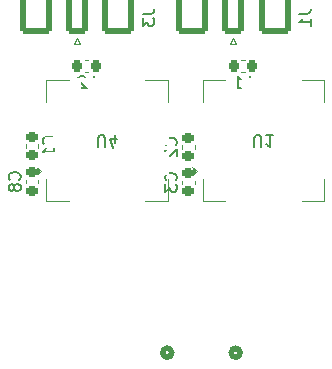
<source format=gbr>
%TF.GenerationSoftware,KiCad,Pcbnew,8.0.5*%
%TF.CreationDate,2025-02-04T19:21:07-06:00*%
%TF.ProjectId,Feather1268,46656174-6865-4723-9132-36382e6b6963,rev?*%
%TF.SameCoordinates,Original*%
%TF.FileFunction,Legend,Bot*%
%TF.FilePolarity,Positive*%
%FSLAX46Y46*%
G04 Gerber Fmt 4.6, Leading zero omitted, Abs format (unit mm)*
G04 Created by KiCad (PCBNEW 8.0.5) date 2025-02-04 19:21:07*
%MOMM*%
%LPD*%
G01*
G04 APERTURE LIST*
G04 Aperture macros list*
%AMRoundRect*
0 Rectangle with rounded corners*
0 $1 Rounding radius*
0 $2 $3 $4 $5 $6 $7 $8 $9 X,Y pos of 4 corners*
0 Add a 4 corners polygon primitive as box body*
4,1,4,$2,$3,$4,$5,$6,$7,$8,$9,$2,$3,0*
0 Add four circle primitives for the rounded corners*
1,1,$1+$1,$2,$3*
1,1,$1+$1,$4,$5*
1,1,$1+$1,$6,$7*
1,1,$1+$1,$8,$9*
0 Add four rect primitives between the rounded corners*
20,1,$1+$1,$2,$3,$4,$5,0*
20,1,$1+$1,$4,$5,$6,$7,0*
20,1,$1+$1,$6,$7,$8,$9,0*
20,1,$1+$1,$8,$9,$2,$3,0*%
G04 Aperture macros list end*
%ADD10C,0.150000*%
%ADD11C,0.508000*%
%ADD12C,0.100000*%
%ADD13C,0.120000*%
%ADD14R,0.762800X1.061999*%
%ADD15R,1.061999X0.762800*%
%ADD16RoundRect,0.218750X-0.218750X-0.256250X0.218750X-0.256250X0.218750X0.256250X-0.218750X0.256250X0*%
%ADD17RoundRect,0.250000X0.640000X-1.595000X0.640000X1.595000X-0.640000X1.595000X-0.640000X-1.595000X0*%
%ADD18RoundRect,0.250000X1.082500X-1.595000X1.082500X1.595000X-1.082500X1.595000X-1.082500X-1.595000X0*%
%ADD19C,0.650000*%
%ADD20O,2.100000X1.000000*%
%ADD21O,1.800000X1.000000*%
%ADD22RoundRect,0.225000X-0.250000X0.225000X-0.250000X-0.225000X0.250000X-0.225000X0.250000X0.225000X0*%
%ADD23RoundRect,0.225000X0.250000X-0.225000X0.250000X0.225000X-0.250000X0.225000X-0.250000X-0.225000X0*%
G04 APERTURE END LIST*
D10*
X123770595Y-41192980D02*
X123770595Y-40383457D01*
X123770595Y-40383457D02*
X123818214Y-40288219D01*
X123818214Y-40288219D02*
X123865833Y-40240600D01*
X123865833Y-40240600D02*
X123961071Y-40192980D01*
X123961071Y-40192980D02*
X124151547Y-40192980D01*
X124151547Y-40192980D02*
X124246785Y-40240600D01*
X124246785Y-40240600D02*
X124294404Y-40288219D01*
X124294404Y-40288219D02*
X124342023Y-40383457D01*
X124342023Y-40383457D02*
X124342023Y-41192980D01*
X125246785Y-40859647D02*
X125246785Y-40192980D01*
X125008690Y-41240600D02*
X124770595Y-40526314D01*
X124770595Y-40526314D02*
X125389642Y-40526314D01*
X137008095Y-41192980D02*
X137008095Y-40383457D01*
X137008095Y-40383457D02*
X137055714Y-40288219D01*
X137055714Y-40288219D02*
X137103333Y-40240600D01*
X137103333Y-40240600D02*
X137198571Y-40192980D01*
X137198571Y-40192980D02*
X137389047Y-40192980D01*
X137389047Y-40192980D02*
X137484285Y-40240600D01*
X137484285Y-40240600D02*
X137531904Y-40288219D01*
X137531904Y-40288219D02*
X137579523Y-40383457D01*
X137579523Y-40383457D02*
X137579523Y-41192980D01*
X138579523Y-40192980D02*
X138008095Y-40192980D01*
X138293809Y-40192980D02*
X138293809Y-41192980D01*
X138293809Y-41192980D02*
X138198571Y-41050123D01*
X138198571Y-41050123D02*
X138103333Y-40954885D01*
X138103333Y-40954885D02*
X138008095Y-40907266D01*
X122959166Y-36159819D02*
X123435356Y-36159819D01*
X123435356Y-36159819D02*
X123435356Y-35159819D01*
X122673451Y-35255057D02*
X122625832Y-35207438D01*
X122625832Y-35207438D02*
X122530594Y-35159819D01*
X122530594Y-35159819D02*
X122292499Y-35159819D01*
X122292499Y-35159819D02*
X122197261Y-35207438D01*
X122197261Y-35207438D02*
X122149642Y-35255057D01*
X122149642Y-35255057D02*
X122102023Y-35350295D01*
X122102023Y-35350295D02*
X122102023Y-35445533D01*
X122102023Y-35445533D02*
X122149642Y-35588390D01*
X122149642Y-35588390D02*
X122721070Y-36159819D01*
X122721070Y-36159819D02*
X122102023Y-36159819D01*
X136196666Y-36159819D02*
X136672856Y-36159819D01*
X136672856Y-36159819D02*
X136672856Y-35159819D01*
X135339523Y-36159819D02*
X135910951Y-36159819D01*
X135625237Y-36159819D02*
X135625237Y-35159819D01*
X135625237Y-35159819D02*
X135720475Y-35302676D01*
X135720475Y-35302676D02*
X135815713Y-35397914D01*
X135815713Y-35397914D02*
X135910951Y-35445533D01*
X127547319Y-29886666D02*
X128261604Y-29886666D01*
X128261604Y-29886666D02*
X128404461Y-29839047D01*
X128404461Y-29839047D02*
X128499700Y-29743809D01*
X128499700Y-29743809D02*
X128547319Y-29600952D01*
X128547319Y-29600952D02*
X128547319Y-29505714D01*
X127547319Y-30267619D02*
X127547319Y-30886666D01*
X127547319Y-30886666D02*
X127928271Y-30553333D01*
X127928271Y-30553333D02*
X127928271Y-30696190D01*
X127928271Y-30696190D02*
X127975890Y-30791428D01*
X127975890Y-30791428D02*
X128023509Y-30839047D01*
X128023509Y-30839047D02*
X128118747Y-30886666D01*
X128118747Y-30886666D02*
X128356842Y-30886666D01*
X128356842Y-30886666D02*
X128452080Y-30839047D01*
X128452080Y-30839047D02*
X128499700Y-30791428D01*
X128499700Y-30791428D02*
X128547319Y-30696190D01*
X128547319Y-30696190D02*
X128547319Y-30410476D01*
X128547319Y-30410476D02*
X128499700Y-30315238D01*
X128499700Y-30315238D02*
X128452080Y-30267619D01*
X140784819Y-29886666D02*
X141499104Y-29886666D01*
X141499104Y-29886666D02*
X141641961Y-29839047D01*
X141641961Y-29839047D02*
X141737200Y-29743809D01*
X141737200Y-29743809D02*
X141784819Y-29600952D01*
X141784819Y-29600952D02*
X141784819Y-29505714D01*
X141784819Y-30886666D02*
X141784819Y-30315238D01*
X141784819Y-30600952D02*
X140784819Y-30600952D01*
X140784819Y-30600952D02*
X140927676Y-30505714D01*
X140927676Y-30505714D02*
X141022914Y-30410476D01*
X141022914Y-30410476D02*
X141070533Y-30315238D01*
X117122080Y-43933333D02*
X117169700Y-43885714D01*
X117169700Y-43885714D02*
X117217319Y-43742857D01*
X117217319Y-43742857D02*
X117217319Y-43647619D01*
X117217319Y-43647619D02*
X117169700Y-43504762D01*
X117169700Y-43504762D02*
X117074461Y-43409524D01*
X117074461Y-43409524D02*
X116979223Y-43361905D01*
X116979223Y-43361905D02*
X116788747Y-43314286D01*
X116788747Y-43314286D02*
X116645890Y-43314286D01*
X116645890Y-43314286D02*
X116455414Y-43361905D01*
X116455414Y-43361905D02*
X116360176Y-43409524D01*
X116360176Y-43409524D02*
X116264938Y-43504762D01*
X116264938Y-43504762D02*
X116217319Y-43647619D01*
X116217319Y-43647619D02*
X116217319Y-43742857D01*
X116217319Y-43742857D02*
X116264938Y-43885714D01*
X116264938Y-43885714D02*
X116312557Y-43933333D01*
X116645890Y-44504762D02*
X116598271Y-44409524D01*
X116598271Y-44409524D02*
X116550652Y-44361905D01*
X116550652Y-44361905D02*
X116455414Y-44314286D01*
X116455414Y-44314286D02*
X116407795Y-44314286D01*
X116407795Y-44314286D02*
X116312557Y-44361905D01*
X116312557Y-44361905D02*
X116264938Y-44409524D01*
X116264938Y-44409524D02*
X116217319Y-44504762D01*
X116217319Y-44504762D02*
X116217319Y-44695238D01*
X116217319Y-44695238D02*
X116264938Y-44790476D01*
X116264938Y-44790476D02*
X116312557Y-44838095D01*
X116312557Y-44838095D02*
X116407795Y-44885714D01*
X116407795Y-44885714D02*
X116455414Y-44885714D01*
X116455414Y-44885714D02*
X116550652Y-44838095D01*
X116550652Y-44838095D02*
X116598271Y-44790476D01*
X116598271Y-44790476D02*
X116645890Y-44695238D01*
X116645890Y-44695238D02*
X116645890Y-44504762D01*
X116645890Y-44504762D02*
X116693509Y-44409524D01*
X116693509Y-44409524D02*
X116741128Y-44361905D01*
X116741128Y-44361905D02*
X116836366Y-44314286D01*
X116836366Y-44314286D02*
X117026842Y-44314286D01*
X117026842Y-44314286D02*
X117122080Y-44361905D01*
X117122080Y-44361905D02*
X117169700Y-44409524D01*
X117169700Y-44409524D02*
X117217319Y-44504762D01*
X117217319Y-44504762D02*
X117217319Y-44695238D01*
X117217319Y-44695238D02*
X117169700Y-44790476D01*
X117169700Y-44790476D02*
X117122080Y-44838095D01*
X117122080Y-44838095D02*
X117026842Y-44885714D01*
X117026842Y-44885714D02*
X116836366Y-44885714D01*
X116836366Y-44885714D02*
X116741128Y-44838095D01*
X116741128Y-44838095D02*
X116693509Y-44790476D01*
X116693509Y-44790476D02*
X116645890Y-44695238D01*
X130359580Y-43983333D02*
X130407200Y-43935714D01*
X130407200Y-43935714D02*
X130454819Y-43792857D01*
X130454819Y-43792857D02*
X130454819Y-43697619D01*
X130454819Y-43697619D02*
X130407200Y-43554762D01*
X130407200Y-43554762D02*
X130311961Y-43459524D01*
X130311961Y-43459524D02*
X130216723Y-43411905D01*
X130216723Y-43411905D02*
X130026247Y-43364286D01*
X130026247Y-43364286D02*
X129883390Y-43364286D01*
X129883390Y-43364286D02*
X129692914Y-43411905D01*
X129692914Y-43411905D02*
X129597676Y-43459524D01*
X129597676Y-43459524D02*
X129502438Y-43554762D01*
X129502438Y-43554762D02*
X129454819Y-43697619D01*
X129454819Y-43697619D02*
X129454819Y-43792857D01*
X129454819Y-43792857D02*
X129502438Y-43935714D01*
X129502438Y-43935714D02*
X129550057Y-43983333D01*
X129454819Y-44316667D02*
X129454819Y-44935714D01*
X129454819Y-44935714D02*
X129835771Y-44602381D01*
X129835771Y-44602381D02*
X129835771Y-44745238D01*
X129835771Y-44745238D02*
X129883390Y-44840476D01*
X129883390Y-44840476D02*
X129931009Y-44888095D01*
X129931009Y-44888095D02*
X130026247Y-44935714D01*
X130026247Y-44935714D02*
X130264342Y-44935714D01*
X130264342Y-44935714D02*
X130359580Y-44888095D01*
X130359580Y-44888095D02*
X130407200Y-44840476D01*
X130407200Y-44840476D02*
X130454819Y-44745238D01*
X130454819Y-44745238D02*
X130454819Y-44459524D01*
X130454819Y-44459524D02*
X130407200Y-44364286D01*
X130407200Y-44364286D02*
X130359580Y-44316667D01*
X130359580Y-41008333D02*
X130407200Y-40960714D01*
X130407200Y-40960714D02*
X130454819Y-40817857D01*
X130454819Y-40817857D02*
X130454819Y-40722619D01*
X130454819Y-40722619D02*
X130407200Y-40579762D01*
X130407200Y-40579762D02*
X130311961Y-40484524D01*
X130311961Y-40484524D02*
X130216723Y-40436905D01*
X130216723Y-40436905D02*
X130026247Y-40389286D01*
X130026247Y-40389286D02*
X129883390Y-40389286D01*
X129883390Y-40389286D02*
X129692914Y-40436905D01*
X129692914Y-40436905D02*
X129597676Y-40484524D01*
X129597676Y-40484524D02*
X129502438Y-40579762D01*
X129502438Y-40579762D02*
X129454819Y-40722619D01*
X129454819Y-40722619D02*
X129454819Y-40817857D01*
X129454819Y-40817857D02*
X129502438Y-40960714D01*
X129502438Y-40960714D02*
X129550057Y-41008333D01*
X129550057Y-41389286D02*
X129502438Y-41436905D01*
X129502438Y-41436905D02*
X129454819Y-41532143D01*
X129454819Y-41532143D02*
X129454819Y-41770238D01*
X129454819Y-41770238D02*
X129502438Y-41865476D01*
X129502438Y-41865476D02*
X129550057Y-41913095D01*
X129550057Y-41913095D02*
X129645295Y-41960714D01*
X129645295Y-41960714D02*
X129740533Y-41960714D01*
X129740533Y-41960714D02*
X129883390Y-41913095D01*
X129883390Y-41913095D02*
X130454819Y-41341667D01*
X130454819Y-41341667D02*
X130454819Y-41960714D01*
X119982080Y-40908333D02*
X120029700Y-40860714D01*
X120029700Y-40860714D02*
X120077319Y-40717857D01*
X120077319Y-40717857D02*
X120077319Y-40622619D01*
X120077319Y-40622619D02*
X120029700Y-40479762D01*
X120029700Y-40479762D02*
X119934461Y-40384524D01*
X119934461Y-40384524D02*
X119839223Y-40336905D01*
X119839223Y-40336905D02*
X119648747Y-40289286D01*
X119648747Y-40289286D02*
X119505890Y-40289286D01*
X119505890Y-40289286D02*
X119315414Y-40336905D01*
X119315414Y-40336905D02*
X119220176Y-40384524D01*
X119220176Y-40384524D02*
X119124938Y-40479762D01*
X119124938Y-40479762D02*
X119077319Y-40622619D01*
X119077319Y-40622619D02*
X119077319Y-40717857D01*
X119077319Y-40717857D02*
X119124938Y-40860714D01*
X119124938Y-40860714D02*
X119172557Y-40908333D01*
X120077319Y-41860714D02*
X120077319Y-41289286D01*
X120077319Y-41575000D02*
X119077319Y-41575000D01*
X119077319Y-41575000D02*
X119220176Y-41479762D01*
X119220176Y-41479762D02*
X119315414Y-41384524D01*
X119315414Y-41384524D02*
X119363033Y-41289286D01*
D11*
%TO.C,SW2*%
X130006000Y-58583200D02*
G75*
G02*
X129244000Y-58583200I-381000J0D01*
G01*
X129244000Y-58583200D02*
G75*
G02*
X130006000Y-58583200I381000J0D01*
G01*
%TO.C,SW1*%
X135806000Y-58583200D02*
G75*
G02*
X135044000Y-58583200I-381000J0D01*
G01*
X135044000Y-58583200D02*
G75*
G02*
X135806000Y-58583200I381000J0D01*
G01*
D12*
%TO.C,U4*%
X118928654Y-43197800D02*
X118478654Y-43497800D01*
X118478654Y-42897800D01*
X118928654Y-43197800D01*
G36*
X118928654Y-43197800D02*
G01*
X118478654Y-43497800D01*
X118478654Y-42897800D01*
X118928654Y-43197800D01*
G37*
D13*
X129663300Y-37393660D02*
X129663300Y-35517000D01*
X129663300Y-45778600D02*
X129663300Y-43901940D01*
X127786640Y-45778600D02*
X129663300Y-45778600D01*
X129663300Y-35517000D02*
X127786640Y-35517000D01*
X119401700Y-45778600D02*
X121278360Y-45778600D01*
X121278360Y-35517000D02*
X119401700Y-35517000D01*
X119401700Y-35517000D02*
X119401700Y-37393660D01*
X119401700Y-43901940D02*
X119401700Y-45778600D01*
%TO.C,U1*%
X132639200Y-43901940D02*
X132639200Y-45778600D01*
X132639200Y-35517000D02*
X132639200Y-37393660D01*
X134515860Y-35517000D02*
X132639200Y-35517000D01*
X132639200Y-45778600D02*
X134515860Y-45778600D01*
X142900800Y-35517000D02*
X141024140Y-35517000D01*
X141024140Y-45778600D02*
X142900800Y-45778600D01*
X142900800Y-45778600D02*
X142900800Y-43901940D01*
X142900800Y-37393660D02*
X142900800Y-35517000D01*
D12*
X132166154Y-43197800D02*
X131716154Y-43497800D01*
X131716154Y-42897800D01*
X132166154Y-43197800D01*
G36*
X132166154Y-43197800D02*
G01*
X131716154Y-43497800D01*
X131716154Y-42897800D01*
X132166154Y-43197800D01*
G37*
D13*
%TO.C,L2*%
X122955279Y-34785000D02*
X122629721Y-34785000D01*
X122955279Y-33765000D02*
X122629721Y-33765000D01*
%TO.C,L1*%
X136192779Y-34785000D02*
X135867221Y-34785000D01*
X136192779Y-33765000D02*
X135867221Y-33765000D01*
%TO.C,J3*%
X121742500Y-32415000D02*
X122242500Y-32415000D01*
X121992500Y-31915000D02*
X121742500Y-32415000D01*
X122242500Y-32415000D02*
X121992500Y-31915000D01*
%TO.C,J1*%
X135480000Y-32415000D02*
X135230000Y-31915000D01*
X135230000Y-31915000D02*
X134980000Y-32415000D01*
X134980000Y-32415000D02*
X135480000Y-32415000D01*
%TO.C,C8*%
X117682500Y-44240580D02*
X117682500Y-43959420D01*
X118702500Y-44240580D02*
X118702500Y-43959420D01*
%TO.C,C3*%
X131940000Y-44290580D02*
X131940000Y-44009420D01*
X130920000Y-44290580D02*
X130920000Y-44009420D01*
%TO.C,C2*%
X131940000Y-41315580D02*
X131940000Y-41034420D01*
X130920000Y-41315580D02*
X130920000Y-41034420D01*
%TO.C,C1*%
X118702500Y-40934420D02*
X118702500Y-41215580D01*
X117682500Y-40934420D02*
X117682500Y-41215580D01*
%TD*%
%LPC*%
D14*
%TO.C,U4*%
X121992500Y-45420600D03*
X123262500Y-45420600D03*
X124532500Y-45420600D03*
X125802500Y-45420600D03*
X127072500Y-45420600D03*
D15*
X129305300Y-43187800D03*
X129305300Y-41917800D03*
X129305300Y-40647800D03*
X129305300Y-39377800D03*
X129305300Y-38107800D03*
D14*
X127072500Y-35875000D03*
X125802500Y-35875000D03*
X124532500Y-35875000D03*
X123262500Y-35875000D03*
X121992500Y-35875000D03*
D15*
X119759700Y-38107800D03*
X119759700Y-39377800D03*
X119759700Y-40647800D03*
X119759700Y-41917800D03*
X119759700Y-43187800D03*
%TD*%
%TO.C,U1*%
X132997200Y-43187800D03*
X132997200Y-41917800D03*
X132997200Y-40647800D03*
X132997200Y-39377800D03*
X132997200Y-38107800D03*
D14*
X135230000Y-35875000D03*
X136500000Y-35875000D03*
X137770000Y-35875000D03*
X139040000Y-35875000D03*
X140310000Y-35875000D03*
D15*
X142542800Y-38107800D03*
X142542800Y-39377800D03*
X142542800Y-40647800D03*
X142542800Y-41917800D03*
X142542800Y-43187800D03*
D14*
X140310000Y-45420600D03*
X139040000Y-45420600D03*
X137770000Y-45420600D03*
X136500000Y-45420600D03*
X135230000Y-45420600D03*
%TD*%
D16*
%TO.C,L2*%
X122005000Y-34275000D03*
X123580000Y-34275000D03*
%TD*%
%TO.C,L1*%
X135242500Y-34275000D03*
X136817500Y-34275000D03*
%TD*%
D17*
%TO.C,J3*%
X121992500Y-29765000D03*
D18*
X125485000Y-29765000D03*
X118500000Y-29765000D03*
%TD*%
D19*
%TO.C,J2*%
X122715000Y-49360000D03*
X122715000Y-55140000D03*
D20*
X123215000Y-47930000D03*
D21*
X119035000Y-47930000D03*
D20*
X123215000Y-56570000D03*
D21*
X119035000Y-56570000D03*
%TD*%
D18*
%TO.C,J1*%
X131737500Y-29765000D03*
X138722500Y-29765000D03*
D17*
X135230000Y-29765000D03*
%TD*%
D22*
%TO.C,C8*%
X118192500Y-43325000D03*
X118192500Y-44875000D03*
%TD*%
%TO.C,C3*%
X131430000Y-44925000D03*
X131430000Y-43375000D03*
%TD*%
%TO.C,C2*%
X131430000Y-41950000D03*
X131430000Y-40400000D03*
%TD*%
D23*
%TO.C,C1*%
X118192500Y-41850000D03*
X118192500Y-40300000D03*
%TD*%
%LPD*%
M02*

</source>
